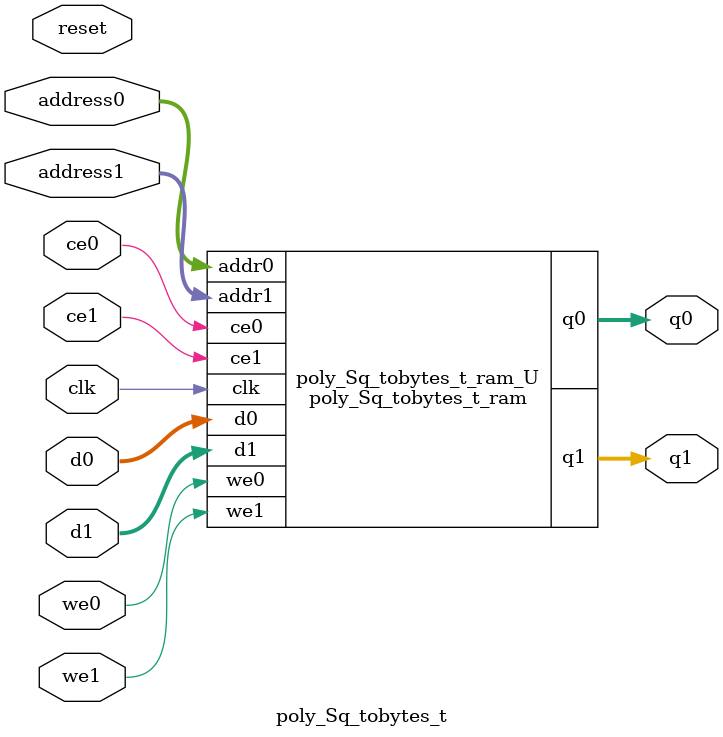
<source format=v>
`timescale 1 ns / 1 ps
module poly_Sq_tobytes_t_ram (addr0, ce0, d0, we0, q0, addr1, ce1, d1, we1, q1,  clk);

parameter DWIDTH = 16;
parameter AWIDTH = 3;
parameter MEM_SIZE = 8;

input[AWIDTH-1:0] addr0;
input ce0;
input[DWIDTH-1:0] d0;
input we0;
output reg[DWIDTH-1:0] q0;
input[AWIDTH-1:0] addr1;
input ce1;
input[DWIDTH-1:0] d1;
input we1;
output reg[DWIDTH-1:0] q1;
input clk;

(* ram_style = "block" *)reg [DWIDTH-1:0] ram[0:MEM_SIZE-1];




always @(posedge clk)  
begin 
    if (ce0) 
    begin
        if (we0) 
        begin 
            ram[addr0] <= d0; 
        end 
        q0 <= ram[addr0];
    end
end


always @(posedge clk)  
begin 
    if (ce1) 
    begin
        if (we1) 
        begin 
            ram[addr1] <= d1; 
        end 
        q1 <= ram[addr1];
    end
end


endmodule

`timescale 1 ns / 1 ps
module poly_Sq_tobytes_t(
    reset,
    clk,
    address0,
    ce0,
    we0,
    d0,
    q0,
    address1,
    ce1,
    we1,
    d1,
    q1);

parameter DataWidth = 32'd16;
parameter AddressRange = 32'd8;
parameter AddressWidth = 32'd3;
input reset;
input clk;
input[AddressWidth - 1:0] address0;
input ce0;
input we0;
input[DataWidth - 1:0] d0;
output[DataWidth - 1:0] q0;
input[AddressWidth - 1:0] address1;
input ce1;
input we1;
input[DataWidth - 1:0] d1;
output[DataWidth - 1:0] q1;



poly_Sq_tobytes_t_ram poly_Sq_tobytes_t_ram_U(
    .clk( clk ),
    .addr0( address0 ),
    .ce0( ce0 ),
    .we0( we0 ),
    .d0( d0 ),
    .q0( q0 ),
    .addr1( address1 ),
    .ce1( ce1 ),
    .we1( we1 ),
    .d1( d1 ),
    .q1( q1 ));

endmodule


</source>
